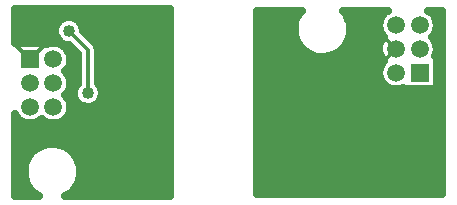
<source format=gbr>
G04 DipTrace Beta 2.9.0.1*
G04 Bottom.gbr*
%MOIN*%
G04 #@! TF.FileFunction,Copper,L2,Bot*
G04 #@! TF.Part,Single*
G04 #@! TA.AperFunction,CopperBalancing*
%ADD14C,0.012992*%
%ADD15C,0.025*%
G04 #@! TA.AperFunction,ComponentPad*
%ADD20R,0.059055X0.059055*%
%ADD21C,0.059055*%
G04 #@! TA.AperFunction,ViaPad*
%ADD23C,0.04*%
%FSLAX26Y26*%
G04*
G70*
G90*
G75*
G01*
G04 Bottom*
%LPD*%
X1031567Y469008D2*
D14*
X1019066D1*
X925306Y869050D2*
X944058D1*
X569018Y987812D2*
X553391Y1003440D1*
X575269Y1025316D1*
X1775293Y725285D2*
X1800398D1*
X1787896Y537765D2*
X1794147Y544016D1*
X1397709Y469008D2*
X1425358D1*
X1462862Y812794D2*
Y825295D1*
X794042Y787791D2*
Y931556D1*
X731535Y994063D1*
D23*
X1031567Y469008D3*
X925306Y869050D3*
X569018Y987812D3*
X1775293Y725285D3*
X1787896Y537765D3*
X1397709Y469008D3*
X1462862Y812794D3*
X794042Y787791D3*
X731535Y994063D3*
D3*
X552961Y1044203D2*
D15*
X1066710D1*
X552961Y1019335D2*
X690148D1*
X772882D2*
X1066710D1*
X552961Y994466D2*
X682726D1*
X780694D2*
X1066710D1*
X552961Y969597D2*
X689366D1*
X805304D2*
X1066710D1*
X715461Y944728D2*
X731777D1*
X826789D2*
X1066710D1*
X734210Y919860D2*
X756554D1*
X829522D2*
X1066710D1*
X737336Y894991D2*
X758508D1*
X829522D2*
X1066710D1*
X728741Y870122D2*
X758508D1*
X829522D2*
X1066710D1*
X732257Y845253D2*
X758508D1*
X829522D2*
X1066710D1*
X737336Y820385D2*
X758508D1*
X829522D2*
X1066710D1*
X731085Y795516D2*
X745394D1*
X842413D2*
X1066710D1*
X730304Y770647D2*
X748350D1*
X839680D2*
X1066710D1*
X737336Y745778D2*
X771789D1*
X816633D2*
X1066710D1*
X733038Y720909D2*
X1066710D1*
X552961Y696041D2*
X566951D1*
X633429D2*
X645650D1*
X712336D2*
X1066710D1*
X552961Y671172D2*
X1066710D1*
X552961Y646303D2*
X1066710D1*
X552961Y621434D2*
X1066710D1*
X552961Y596566D2*
X613194D1*
X737726D2*
X1066710D1*
X552961Y571697D2*
X592492D1*
X758429D2*
X1066710D1*
X552961Y546828D2*
X582726D1*
X768194D2*
X1066710D1*
X552961Y521959D2*
X580382D1*
X770538D2*
X1066710D1*
X552961Y497091D2*
X585070D1*
X766241D2*
X1066710D1*
X552961Y472222D2*
X597570D1*
X753741D2*
X1066710D1*
X552961Y447353D2*
X623741D1*
X727570D2*
X1066710D1*
X550260Y956331D2*
X656299D1*
Y951566D1*
X665134Y954585D1*
X677488Y956310D1*
X689919Y955259D1*
X701807Y951484D1*
X712567Y945172D1*
X721663Y936635D1*
X728644Y926298D1*
X733165Y914672D1*
X735039Y900303D1*
X733651Y887907D1*
X729554Y876125D1*
X722951Y865541D1*
X718836Y861387D1*
X728644Y847558D1*
X733165Y835932D1*
X735039Y821563D1*
X733651Y809167D1*
X729554Y797385D1*
X722951Y786801D1*
X718836Y782647D1*
X728644Y768818D1*
X733165Y757192D1*
X735039Y742823D1*
X733651Y730427D1*
X729554Y718644D1*
X722951Y708060D1*
X714171Y699201D1*
X703647Y692503D1*
X691903Y688298D1*
X679520Y686798D1*
X667112Y688073D1*
X655293Y692064D1*
X644650Y698570D1*
X639900Y703192D1*
X635430Y699201D1*
X624907Y692503D1*
X613163Y688298D1*
X600780Y686798D1*
X588371Y688073D1*
X576552Y692064D1*
X565909Y698570D1*
X556970Y707270D1*
X550388Y717406D1*
X550265Y443681D1*
X631906Y444004D1*
X614274Y456312D1*
X605490Y465192D1*
X597979Y475172D1*
X591879Y486072D1*
X587302Y497693D1*
X584329Y509824D1*
X583016Y522245D1*
X583385Y534731D1*
X585430Y547052D1*
X589115Y558987D1*
X594373Y570318D1*
X601106Y580837D1*
X609194Y590357D1*
X618488Y598701D1*
X628822Y605718D1*
X640004Y611282D1*
X651833Y615290D1*
X664096Y617671D1*
X676566Y618381D1*
X689018Y617406D1*
X701226Y614765D1*
X712969Y610505D1*
X724030Y604705D1*
X734211Y597469D1*
X743325Y588929D1*
X751210Y579240D1*
X757718Y568580D1*
X762732Y557140D1*
X766163Y545130D1*
X768211Y525755D1*
X767369Y513293D1*
X764858Y501056D1*
X760724Y489270D1*
X755042Y478147D1*
X747915Y467890D1*
X739472Y458685D1*
X729867Y450698D1*
X718921Y443917D1*
X1069406Y444004D1*
X1069072Y556504D1*
Y1069395D1*
X944072Y1069072D1*
X549932D1*
X550265Y956181D1*
X761046Y820213D2*
Y917870D1*
X731211Y947723D1*
X717310Y949793D1*
X706063Y955161D1*
X696646Y963323D1*
X689734Y973694D1*
X685825Y985528D1*
X685201Y997974D1*
X687903Y1010140D1*
X693740Y1021151D1*
X702291Y1030217D1*
X712944Y1036685D1*
X724932Y1040092D1*
X737394Y1040193D1*
X749434Y1036980D1*
X760190Y1030685D1*
X768887Y1021759D1*
X774902Y1010844D1*
X778028Y994209D1*
X817374Y954888D1*
X824348Y944605D1*
X827038Y931556D1*
Y820228D1*
X831394Y815487D1*
X837408Y804572D1*
X840308Y792451D1*
X840542Y787791D1*
X838871Y775441D1*
X833982Y763979D1*
X826223Y754226D1*
X816152Y746885D1*
X804493Y742482D1*
X792084Y741332D1*
X779816Y743521D1*
X768570Y748890D1*
X759152Y757051D1*
X752240Y767423D1*
X748332Y779256D1*
X747707Y791702D1*
X750409Y803869D1*
X756247Y814879D1*
X760790Y819696D1*
X731517Y947783D2*
X717310Y949793D1*
X706063Y955161D1*
X696646Y963323D1*
X689734Y973694D1*
X685825Y985528D1*
X685201Y997974D1*
X687903Y1010140D1*
X693740Y1021151D1*
X702291Y1030217D1*
X712944Y1036685D1*
X724932Y1040092D1*
X737394Y1040193D1*
X749434Y1036980D1*
X760190Y1030685D1*
X768887Y1021759D1*
X774902Y1010844D1*
X778028Y994209D1*
X544278Y956297D2*
D14*
X600272Y900303D1*
X656265Y956297D2*
X600272Y900303D1*
X1359295Y1037953D2*
D15*
X1488280D1*
X1662811D2*
X1768357D1*
X1953436D2*
X1973045D1*
X1359295Y1013084D2*
X1481248D1*
X1669843D2*
X1763280D1*
X1958904D2*
X1973045D1*
X1359295Y988215D2*
X1481248D1*
X1669843D2*
X1769529D1*
X1952655D2*
X1973045D1*
X1359295Y963346D2*
X1488280D1*
X1662811D2*
X1770701D1*
X1951483D2*
X1973045D1*
X1359295Y938478D2*
X1504685D1*
X1646795D2*
X1763280D1*
X1958904D2*
X1973045D1*
X1359295Y913609D2*
X1541795D1*
X1609295D2*
X1767576D1*
X1954608D2*
X1973045D1*
X1359295Y888740D2*
X1773436D1*
X1958904D2*
X1973045D1*
X1359295Y863871D2*
X1763671D1*
X1958904D2*
X1973045D1*
X1359295Y839003D2*
X1766014D1*
X1958904D2*
X1973045D1*
X1359295Y814134D2*
X1782420D1*
X1958904D2*
X1973045D1*
X1359295Y789265D2*
X1973045D1*
X1359295Y764396D2*
X1973045D1*
X1359295Y739528D2*
X1973045D1*
X1359295Y714659D2*
X1973045D1*
X1359295Y689790D2*
X1973045D1*
X1359295Y664921D2*
X1973045D1*
X1359295Y640052D2*
X1973045D1*
X1359295Y615184D2*
X1973045D1*
X1359295Y590315D2*
X1973045D1*
X1359295Y565446D2*
X1973045D1*
X1359295Y540577D2*
X1973045D1*
X1359295Y515709D2*
X1973045D1*
X1359295Y490840D2*
X1973045D1*
X1359295Y465971D2*
X1973045D1*
X1951538Y912576D2*
X1956436D1*
Y800521D1*
X1844381D1*
Y805600D1*
X1834559Y802024D1*
X1822176Y800524D1*
X1809768Y801799D1*
X1797949Y805790D1*
X1787306Y812295D1*
X1778366Y820996D1*
X1771572Y831458D1*
X1767262Y843164D1*
X1765650Y855533D1*
X1766814Y867953D1*
X1770696Y879807D1*
X1777105Y890508D1*
X1781707Y896018D1*
X1774008Y905833D1*
X1768672Y917108D1*
X1765963Y929285D1*
X1766016Y941759D1*
X1768825Y953912D1*
X1774256Y965142D1*
X1781766Y974610D1*
X1771572Y988938D1*
X1767262Y1000644D1*
X1765650Y1013013D1*
X1766814Y1025433D1*
X1770696Y1037287D1*
X1777105Y1047988D1*
X1785724Y1057007D1*
X1794499Y1062819D1*
X1644558Y1062822D1*
X1651210Y1054240D1*
X1657718Y1043580D1*
X1662732Y1032140D1*
X1666163Y1020130D1*
X1668211Y1000755D1*
X1667369Y988293D1*
X1664858Y976056D1*
X1660724Y964270D1*
X1655042Y953147D1*
X1647915Y942890D1*
X1639472Y933685D1*
X1629867Y925698D1*
X1619277Y919077D1*
X1607891Y913941D1*
X1595917Y910383D1*
X1583575Y908469D1*
X1571087Y908232D1*
X1558680Y909678D1*
X1546581Y912780D1*
X1535009Y917480D1*
X1524175Y923696D1*
X1514274Y931312D1*
X1505490Y940192D1*
X1497979Y950172D1*
X1491879Y961072D1*
X1487302Y972693D1*
X1484329Y984824D1*
X1483016Y997245D1*
X1483385Y1009731D1*
X1485430Y1022052D1*
X1489115Y1033987D1*
X1494373Y1045318D1*
X1501106Y1055837D1*
X1506919Y1062680D1*
X1356277Y1062822D1*
X1356600Y937822D1*
Y449930D1*
X1481600Y450255D1*
X1975740D1*
X1975417Y575255D1*
Y1063146D1*
X1928152Y1062822D1*
X1933963Y1058898D1*
X1943059Y1050361D1*
X1950041Y1040024D1*
X1954562Y1028398D1*
X1956436Y1014029D1*
X1955047Y1001633D1*
X1950950Y989850D1*
X1944348Y979266D1*
X1940232Y975113D1*
X1950041Y961283D1*
X1954562Y949657D1*
X1956436Y935289D1*
X1955047Y922892D1*
X1951335Y912215D1*
X1782085Y974871D2*
D14*
X1821668Y935289D1*
X1782085Y895706D1*
D20*
X600272Y900303D3*
D21*
Y821563D3*
Y742823D3*
X679012D3*
Y821563D3*
Y900303D3*
D20*
X1900408Y856549D3*
D21*
Y935289D3*
Y1014029D3*
X1821668D3*
Y935289D3*
Y856549D3*
M02*

</source>
